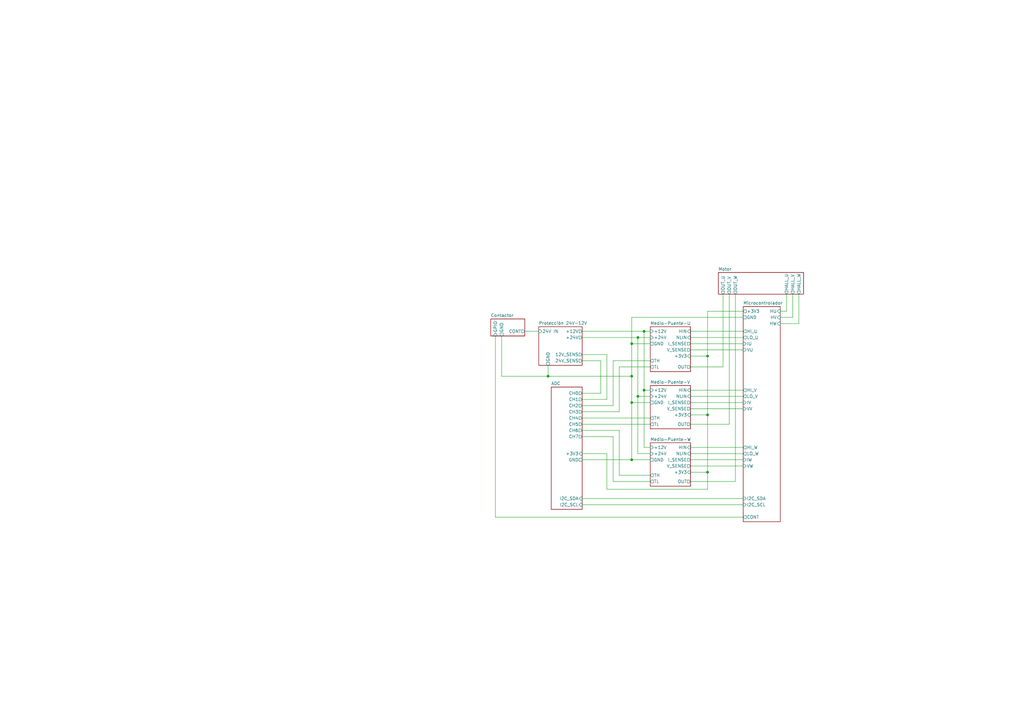
<source format=kicad_sch>
(kicad_sch
	(version 20250114)
	(generator "eeschema")
	(generator_version "9.0")
	(uuid "fc8dd9a9-f99a-4338-8182-2c8b4b8ed6dd")
	(paper "A3")
	(title_block
		(title "RTSpeed")
		(date "2025-05-18")
		(rev "v1.0")
		(company "Adrián Teixeira de Uña")
		(comment 1 "https://github.com/AdriTeixeHax")
	)
	(lib_symbols)
	(junction
		(at 259.08 165.1)
		(diameter 0)
		(color 0 0 0 0)
		(uuid "0b1d59b6-42be-4c2c-8432-4cc9ac50406b")
	)
	(junction
		(at 264.16 135.89)
		(diameter 0)
		(color 0 0 0 0)
		(uuid "1de88c3d-d185-48a1-9164-78090dca1588")
	)
	(junction
		(at 290.195 193.675)
		(diameter 0)
		(color 0 0 0 0)
		(uuid "2ce804e2-6276-49d2-821f-4d6f424465c6")
	)
	(junction
		(at 290.195 146.05)
		(diameter 0)
		(color 0 0 0 0)
		(uuid "412cd92c-f705-408d-8f4c-ec79240f9a3a")
	)
	(junction
		(at 261.62 162.56)
		(diameter 0)
		(color 0 0 0 0)
		(uuid "85fe8c77-f767-4566-bac1-bee8b74fadde")
	)
	(junction
		(at 290.195 170.18)
		(diameter 0)
		(color 0 0 0 0)
		(uuid "9af9f185-9872-4452-855d-612170b2791c")
	)
	(junction
		(at 259.08 140.97)
		(diameter 0)
		(color 0 0 0 0)
		(uuid "b2270a7b-3d7d-400d-ae49-9fff44805614")
	)
	(junction
		(at 261.62 138.43)
		(diameter 0)
		(color 0 0 0 0)
		(uuid "c6b8bad2-9637-4826-be51-1ceb5239ef41")
	)
	(junction
		(at 259.08 154.305)
		(diameter 0)
		(color 0 0 0 0)
		(uuid "d1dc37f3-bbef-4ee2-bfd8-7392317cfcfa")
	)
	(junction
		(at 259.08 188.595)
		(diameter 0)
		(color 0 0 0 0)
		(uuid "defdca6a-0ad4-420d-ac7e-eb6ee4646dc3")
	)
	(junction
		(at 264.16 160.02)
		(diameter 0)
		(color 0 0 0 0)
		(uuid "e36c45ce-3e4f-4dca-9781-2365a92b146d")
	)
	(junction
		(at 224.79 154.305)
		(diameter 0)
		(color 0 0 0 0)
		(uuid "e7072e30-460d-4f25-a8a7-f2c8e541340d")
	)
	(wire
		(pts
			(xy 264.16 135.89) (xy 266.7 135.89)
		)
		(stroke
			(width 0)
			(type default)
		)
		(uuid "00a62a31-a956-4966-a7aa-fa64e83e6415")
	)
	(wire
		(pts
			(xy 238.76 179.07) (xy 251.46 179.07)
		)
		(stroke
			(width 0)
			(type default)
		)
		(uuid "00bfd087-df9e-48da-8344-d4bf89030df9")
	)
	(wire
		(pts
			(xy 304.8 212.09) (xy 203.2 212.09)
		)
		(stroke
			(width 0)
			(type default)
		)
		(uuid "037dc9ff-6beb-434b-9dc0-4280aa91d098")
	)
	(wire
		(pts
			(xy 203.2 137.795) (xy 203.2 212.09)
		)
		(stroke
			(width 0)
			(type default)
		)
		(uuid "043bcc00-6a2f-43aa-ad46-0b3925bb18ad")
	)
	(wire
		(pts
			(xy 238.76 176.53) (xy 254 176.53)
		)
		(stroke
			(width 0)
			(type default)
		)
		(uuid "0464b96d-562c-4a4f-ad6d-a61082533c3c")
	)
	(wire
		(pts
			(xy 259.08 130.175) (xy 259.08 140.97)
		)
		(stroke
			(width 0)
			(type default)
		)
		(uuid "06c95ec7-75dc-4503-b173-59ef40ee9e78")
	)
	(wire
		(pts
			(xy 224.79 149.86) (xy 224.79 154.305)
		)
		(stroke
			(width 0)
			(type default)
		)
		(uuid "0c3db176-9732-4f7f-aad1-a6132377a8c0")
	)
	(wire
		(pts
			(xy 238.76 186.055) (xy 248.92 186.055)
		)
		(stroke
			(width 0)
			(type default)
		)
		(uuid "0cf189fe-d20f-4004-9d76-e94bef8a5da2")
	)
	(wire
		(pts
			(xy 238.76 207.01) (xy 304.8 207.01)
		)
		(stroke
			(width 0)
			(type default)
		)
		(uuid "0d12a1ed-46de-433b-a0c5-84ebbb00eeee")
	)
	(wire
		(pts
			(xy 296.545 120.65) (xy 296.545 150.495)
		)
		(stroke
			(width 0)
			(type default)
		)
		(uuid "0fc26a39-c14c-48e7-b762-914b51ef10b3")
	)
	(wire
		(pts
			(xy 301.625 197.485) (xy 283.21 197.485)
		)
		(stroke
			(width 0)
			(type default)
		)
		(uuid "103c7821-ea36-4037-84fe-8fe653aec519")
	)
	(wire
		(pts
			(xy 246.38 161.29) (xy 246.38 147.955)
		)
		(stroke
			(width 0)
			(type default)
		)
		(uuid "10c98f30-5764-4f2a-8f1c-1d10102e4617")
	)
	(wire
		(pts
			(xy 259.08 165.1) (xy 259.08 188.595)
		)
		(stroke
			(width 0)
			(type default)
		)
		(uuid "132f75c7-f237-4eaa-be52-b6ddc5d8c087")
	)
	(wire
		(pts
			(xy 251.46 197.485) (xy 266.7 197.485)
		)
		(stroke
			(width 0)
			(type default)
		)
		(uuid "160e010e-0cf7-4ce3-ba2b-5c5895329d08")
	)
	(wire
		(pts
			(xy 261.62 162.56) (xy 266.7 162.56)
		)
		(stroke
			(width 0)
			(type default)
		)
		(uuid "1684d841-77ee-4feb-b1b2-947e9925bd1f")
	)
	(wire
		(pts
			(xy 283.21 146.05) (xy 290.195 146.05)
		)
		(stroke
			(width 0)
			(type default)
		)
		(uuid "1bdc6fe0-522c-4eca-ab0b-042445a4a1eb")
	)
	(wire
		(pts
			(xy 246.38 147.955) (xy 238.76 147.955)
		)
		(stroke
			(width 0)
			(type default)
		)
		(uuid "1c3ff75a-5343-40bd-b893-a1196f2689a5")
	)
	(wire
		(pts
			(xy 238.76 135.89) (xy 264.16 135.89)
		)
		(stroke
			(width 0)
			(type default)
		)
		(uuid "1de563b5-6270-4ebf-b700-4139cc137d48")
	)
	(wire
		(pts
			(xy 299.085 173.99) (xy 283.21 173.99)
		)
		(stroke
			(width 0)
			(type default)
		)
		(uuid "2013694e-ccc2-430a-93ca-6ff5b8d2b011")
	)
	(wire
		(pts
			(xy 320.04 127.635) (xy 322.58 127.635)
		)
		(stroke
			(width 0)
			(type default)
		)
		(uuid "258e5c42-a637-4f66-9867-0dcab8a2678a")
	)
	(wire
		(pts
			(xy 254 176.53) (xy 254 194.945)
		)
		(stroke
			(width 0)
			(type default)
		)
		(uuid "263b7e0c-31fb-49e5-96e0-ecd98bdedcd2")
	)
	(wire
		(pts
			(xy 283.21 162.56) (xy 304.8 162.56)
		)
		(stroke
			(width 0)
			(type default)
		)
		(uuid "27944f16-2acb-413b-afcb-f28f165bf7ac")
	)
	(wire
		(pts
			(xy 254 194.945) (xy 266.7 194.945)
		)
		(stroke
			(width 0)
			(type default)
		)
		(uuid "27c253a2-45a2-4672-88d6-505ae58fbe35")
	)
	(wire
		(pts
			(xy 299.085 120.65) (xy 299.085 173.99)
		)
		(stroke
			(width 0)
			(type default)
		)
		(uuid "28943a14-0ec4-468d-b852-cfb85a3d3922")
	)
	(wire
		(pts
			(xy 251.46 147.955) (xy 266.7 147.955)
		)
		(stroke
			(width 0)
			(type default)
		)
		(uuid "2c036e0c-60e1-425c-a2c4-48715981e414")
	)
	(wire
		(pts
			(xy 325.12 120.65) (xy 325.12 130.175)
		)
		(stroke
			(width 0)
			(type default)
		)
		(uuid "2d040d17-2c73-4cfd-9941-41bdc35a8850")
	)
	(wire
		(pts
			(xy 290.195 170.18) (xy 290.195 193.675)
		)
		(stroke
			(width 0)
			(type default)
		)
		(uuid "2e702515-fa20-4202-99f2-26ec5be3a80d")
	)
	(wire
		(pts
			(xy 238.76 188.595) (xy 259.08 188.595)
		)
		(stroke
			(width 0)
			(type default)
		)
		(uuid "2f91551d-69f2-4340-8ca9-7efe5f4c7964")
	)
	(wire
		(pts
			(xy 224.79 154.305) (xy 259.08 154.305)
		)
		(stroke
			(width 0)
			(type default)
		)
		(uuid "30028a15-471f-405e-9655-98f7b2a9a3f2")
	)
	(wire
		(pts
			(xy 248.92 186.055) (xy 248.92 200.66)
		)
		(stroke
			(width 0)
			(type default)
		)
		(uuid "31668453-865a-443a-a7bf-787a83b9ddbd")
	)
	(wire
		(pts
			(xy 320.04 130.175) (xy 325.12 130.175)
		)
		(stroke
			(width 0)
			(type default)
		)
		(uuid "33943556-a2b4-4aae-acb8-ec089b822e2c")
	)
	(wire
		(pts
			(xy 238.76 163.83) (xy 248.92 163.83)
		)
		(stroke
			(width 0)
			(type default)
		)
		(uuid "34fbcded-9468-4f19-9b54-22a96ac861a7")
	)
	(wire
		(pts
			(xy 266.7 150.495) (xy 254 150.495)
		)
		(stroke
			(width 0)
			(type default)
		)
		(uuid "3560a639-fe98-4d13-807a-ed94ad830294")
	)
	(wire
		(pts
			(xy 238.76 168.91) (xy 254 168.91)
		)
		(stroke
			(width 0)
			(type default)
		)
		(uuid "38a3c081-38c9-43f0-b3f2-f2da14b9d2a9")
	)
	(wire
		(pts
			(xy 322.58 120.65) (xy 322.58 127.635)
		)
		(stroke
			(width 0)
			(type default)
		)
		(uuid "38d3d50f-0888-4651-b9fb-99eabc2e5b8a")
	)
	(wire
		(pts
			(xy 327.66 132.715) (xy 327.66 120.65)
		)
		(stroke
			(width 0)
			(type default)
		)
		(uuid "39e60c56-e887-4f93-bc35-96d7a1a47004")
	)
	(wire
		(pts
			(xy 254 150.495) (xy 254 168.91)
		)
		(stroke
			(width 0)
			(type default)
		)
		(uuid "4208c831-da65-463f-8de8-e26b3a559efa")
	)
	(wire
		(pts
			(xy 304.8 130.175) (xy 259.08 130.175)
		)
		(stroke
			(width 0)
			(type default)
		)
		(uuid "4324e725-615d-4be2-92cf-3c5394fc0881")
	)
	(wire
		(pts
			(xy 259.08 154.305) (xy 259.08 165.1)
		)
		(stroke
			(width 0)
			(type default)
		)
		(uuid "4c366c74-edbc-46fb-a16d-3382eb86d049")
	)
	(wire
		(pts
			(xy 246.38 161.29) (xy 238.76 161.29)
		)
		(stroke
			(width 0)
			(type default)
		)
		(uuid "4c6cb4c7-15cc-4037-ab3b-15798efa52a3")
	)
	(wire
		(pts
			(xy 301.625 120.65) (xy 301.625 197.485)
		)
		(stroke
			(width 0)
			(type default)
		)
		(uuid "4e558c83-d143-40c8-a702-139dab4b6d8b")
	)
	(wire
		(pts
			(xy 261.62 138.43) (xy 261.62 162.56)
		)
		(stroke
			(width 0)
			(type default)
		)
		(uuid "4f95201d-e390-4f04-96a7-632414f87430")
	)
	(wire
		(pts
			(xy 266.7 188.595) (xy 259.08 188.595)
		)
		(stroke
			(width 0)
			(type default)
		)
		(uuid "50169d9d-8f25-489c-8847-d7c5c907ca21")
	)
	(wire
		(pts
			(xy 283.21 165.1) (xy 304.8 165.1)
		)
		(stroke
			(width 0)
			(type default)
		)
		(uuid "523f8907-a051-4fe8-8a87-ed167ec37618")
	)
	(wire
		(pts
			(xy 283.21 150.495) (xy 296.545 150.495)
		)
		(stroke
			(width 0)
			(type default)
		)
		(uuid "58e3cb6d-e60a-4bec-8d6e-3055fe47bad9")
	)
	(wire
		(pts
			(xy 283.21 135.89) (xy 304.8 135.89)
		)
		(stroke
			(width 0)
			(type default)
		)
		(uuid "5ba050c1-a06f-4e3e-86f5-7e10366ff480")
	)
	(wire
		(pts
			(xy 248.92 200.66) (xy 290.195 200.66)
		)
		(stroke
			(width 0)
			(type default)
		)
		(uuid "5f96ad62-7097-4692-868e-1ebde4b7b8c4")
	)
	(wire
		(pts
			(xy 283.21 143.51) (xy 304.8 143.51)
		)
		(stroke
			(width 0)
			(type default)
		)
		(uuid "63832e1b-dfcf-40f6-aa65-b4530945dfce")
	)
	(wire
		(pts
			(xy 259.08 165.1) (xy 266.7 165.1)
		)
		(stroke
			(width 0)
			(type default)
		)
		(uuid "677081e8-73c2-419d-bb9e-bcc07d6dce13")
	)
	(wire
		(pts
			(xy 283.21 167.64) (xy 304.8 167.64)
		)
		(stroke
			(width 0)
			(type default)
		)
		(uuid "74e5a4bd-a6a5-4768-89c7-75d5956ab76c")
	)
	(wire
		(pts
			(xy 215.265 135.89) (xy 220.98 135.89)
		)
		(stroke
			(width 0)
			(type default)
		)
		(uuid "7587e556-f9d5-4b30-9e2c-8b6cbcc8cb22")
	)
	(wire
		(pts
			(xy 259.08 140.97) (xy 259.08 154.305)
		)
		(stroke
			(width 0)
			(type default)
		)
		(uuid "7b8709cd-7314-4092-8dce-0056657210fd")
	)
	(wire
		(pts
			(xy 283.21 170.18) (xy 290.195 170.18)
		)
		(stroke
			(width 0)
			(type default)
		)
		(uuid "87ed064d-fc34-4360-8032-3168c37add33")
	)
	(wire
		(pts
			(xy 290.195 127.635) (xy 304.8 127.635)
		)
		(stroke
			(width 0)
			(type default)
		)
		(uuid "881fda68-076d-4899-a187-e1bd718b7b87")
	)
	(wire
		(pts
			(xy 290.195 146.05) (xy 290.195 170.18)
		)
		(stroke
			(width 0)
			(type default)
		)
		(uuid "8b69c875-577c-42cd-9778-5de066b2206e")
	)
	(wire
		(pts
			(xy 205.74 137.795) (xy 205.74 154.305)
		)
		(stroke
			(width 0)
			(type default)
		)
		(uuid "8fccf464-f454-4436-b2dc-7d49e8480dd4")
	)
	(wire
		(pts
			(xy 251.46 166.37) (xy 251.46 147.955)
		)
		(stroke
			(width 0)
			(type default)
		)
		(uuid "904e6635-8fc3-4787-be1c-82836014ad92")
	)
	(wire
		(pts
			(xy 283.21 188.595) (xy 304.8 188.595)
		)
		(stroke
			(width 0)
			(type default)
		)
		(uuid "95ba3302-c6db-4f39-bc9f-31a55977795a")
	)
	(wire
		(pts
			(xy 283.21 193.675) (xy 290.195 193.675)
		)
		(stroke
			(width 0)
			(type default)
		)
		(uuid "961ace83-b1c1-4ad1-8006-2e8c662de483")
	)
	(wire
		(pts
			(xy 264.16 160.02) (xy 264.16 183.515)
		)
		(stroke
			(width 0)
			(type default)
		)
		(uuid "969686f0-78ea-498e-853d-beb766a7a544")
	)
	(wire
		(pts
			(xy 320.04 132.715) (xy 327.66 132.715)
		)
		(stroke
			(width 0)
			(type default)
		)
		(uuid "aa2f03f8-88e1-4b36-ab23-572799ad9081")
	)
	(wire
		(pts
			(xy 264.16 135.89) (xy 264.16 160.02)
		)
		(stroke
			(width 0)
			(type default)
		)
		(uuid "aa95b86e-8a43-4732-badc-d5329b0805eb")
	)
	(wire
		(pts
			(xy 266.7 183.515) (xy 264.16 183.515)
		)
		(stroke
			(width 0)
			(type default)
		)
		(uuid "adc2a4e6-6897-40a7-a7e9-f97599f2fa9d")
	)
	(wire
		(pts
			(xy 259.08 140.97) (xy 266.7 140.97)
		)
		(stroke
			(width 0)
			(type default)
		)
		(uuid "b02b405f-46f1-4052-9e69-94073a4962bc")
	)
	(wire
		(pts
			(xy 248.92 145.415) (xy 248.92 163.83)
		)
		(stroke
			(width 0)
			(type default)
		)
		(uuid "b0f91b2f-28aa-4854-8496-373bd4f19d38")
	)
	(wire
		(pts
			(xy 283.21 183.515) (xy 304.8 183.515)
		)
		(stroke
			(width 0)
			(type default)
		)
		(uuid "b1de1083-f149-41e7-a8bd-d92297716d95")
	)
	(wire
		(pts
			(xy 261.62 162.56) (xy 261.62 186.055)
		)
		(stroke
			(width 0)
			(type default)
		)
		(uuid "c3b86d94-532b-4527-a5d7-931da1c2b79d")
	)
	(wire
		(pts
			(xy 283.21 160.02) (xy 304.8 160.02)
		)
		(stroke
			(width 0)
			(type default)
		)
		(uuid "c7e00ce3-70e2-4703-8b4c-9f3c7071817e")
	)
	(wire
		(pts
			(xy 283.21 140.97) (xy 304.8 140.97)
		)
		(stroke
			(width 0)
			(type default)
		)
		(uuid "c84c52e2-bdb7-4aeb-9ef3-9e0bd6b07609")
	)
	(wire
		(pts
			(xy 283.21 186.055) (xy 304.8 186.055)
		)
		(stroke
			(width 0)
			(type default)
		)
		(uuid "cc2d826c-65e7-4bce-96ac-3ca78e8c885f")
	)
	(wire
		(pts
			(xy 251.46 179.07) (xy 251.46 197.485)
		)
		(stroke
			(width 0)
			(type default)
		)
		(uuid "d09fae49-fc6f-47dc-9e73-665daff786f1")
	)
	(wire
		(pts
			(xy 283.21 138.43) (xy 304.8 138.43)
		)
		(stroke
			(width 0)
			(type default)
		)
		(uuid "d0f03de2-c7ec-4eb9-8d7e-aa9e35aa898c")
	)
	(wire
		(pts
			(xy 266.7 186.055) (xy 261.62 186.055)
		)
		(stroke
			(width 0)
			(type default)
		)
		(uuid "d8d98e20-3b12-438d-85a6-174c6e7c8d91")
	)
	(wire
		(pts
			(xy 290.195 193.675) (xy 290.195 200.66)
		)
		(stroke
			(width 0)
			(type default)
		)
		(uuid "d9ce3a4b-9f51-4a38-9f80-81fc5ee1defa")
	)
	(wire
		(pts
			(xy 238.76 138.43) (xy 261.62 138.43)
		)
		(stroke
			(width 0)
			(type default)
		)
		(uuid "e0e6b600-0fae-4e94-b94b-e6caf685bc1a")
	)
	(wire
		(pts
			(xy 238.76 204.47) (xy 304.8 204.47)
		)
		(stroke
			(width 0)
			(type default)
		)
		(uuid "e17a1c66-9546-4488-8cef-b96b24afbf93")
	)
	(wire
		(pts
			(xy 266.7 160.02) (xy 264.16 160.02)
		)
		(stroke
			(width 0)
			(type default)
		)
		(uuid "e511afd8-2c33-4fba-9fbd-7829cc9707df")
	)
	(wire
		(pts
			(xy 238.76 166.37) (xy 251.46 166.37)
		)
		(stroke
			(width 0)
			(type default)
		)
		(uuid "e7b699ac-b100-490a-8c6d-3a23aa2494e0")
	)
	(wire
		(pts
			(xy 238.76 145.415) (xy 248.92 145.415)
		)
		(stroke
			(width 0)
			(type default)
		)
		(uuid "f03bce97-a1a4-4ff8-b248-ef7802cc754c")
	)
	(wire
		(pts
			(xy 261.62 138.43) (xy 266.7 138.43)
		)
		(stroke
			(width 0)
			(type default)
		)
		(uuid "f32216bd-dacc-4dfc-8a54-c7fd2a4bf2b6")
	)
	(wire
		(pts
			(xy 238.76 171.45) (xy 266.7 171.45)
		)
		(stroke
			(width 0)
			(type default)
		)
		(uuid "f6480b3c-9e82-435f-a99d-d64e0cf1de85")
	)
	(wire
		(pts
			(xy 283.21 191.135) (xy 304.8 191.135)
		)
		(stroke
			(width 0)
			(type default)
		)
		(uuid "f99171bc-3521-4167-867b-c131361f68d1")
	)
	(wire
		(pts
			(xy 290.195 127.635) (xy 290.195 146.05)
		)
		(stroke
			(width 0)
			(type default)
		)
		(uuid "fc1e4bdf-6c56-479d-af15-9ff190bf7cef")
	)
	(wire
		(pts
			(xy 238.76 173.99) (xy 266.7 173.99)
		)
		(stroke
			(width 0)
			(type default)
		)
		(uuid "ff63deb4-a301-46ef-a7b0-dfbcdc6eec12")
	)
	(wire
		(pts
			(xy 205.74 154.305) (xy 224.79 154.305)
		)
		(stroke
			(width 0)
			(type default)
		)
		(uuid "ffeeaeeb-a6d0-4553-8491-d4e8d78867a5")
	)
	(sheet
		(at 220.98 133.985)
		(size 17.78 15.875)
		(exclude_from_sim no)
		(in_bom yes)
		(on_board yes)
		(dnp no)
		(fields_autoplaced yes)
		(stroke
			(width 0.1524)
			(type solid)
		)
		(fill
			(color 0 0 0 0.0000)
		)
		(uuid "2fae402e-a3c3-4252-9f20-a7023d797e01")
		(property "Sheetname" "Protección 24V-12V"
			(at 220.98 133.2734 0)
			(effects
				(font
					(size 1.27 1.27)
				)
				(justify left bottom)
			)
		)
		(property "Sheetfile" "Prot-24V-12V.kicad_sch"
			(at 220.98 150.4446 0)
			(effects
				(font
					(size 1.27 1.27)
				)
				(justify left top)
				(hide yes)
			)
		)
		(pin "+12V" output
			(at 238.76 135.89 0)
			(uuid "217b6afd-00b7-4d00-9569-d12fd56558ba")
			(effects
				(font
					(size 1.27 1.27)
				)
				(justify right)
			)
		)
		(pin "12V_SENS" output
			(at 238.76 145.415 0)
			(uuid "f9887db6-5078-4795-9bad-a9f0644da063")
			(effects
				(font
					(size 1.27 1.27)
				)
				(justify right)
			)
		)
		(pin "24V_SENS" output
			(at 238.76 147.955 0)
			(uuid "cf6231b6-cd6f-4822-9620-b41f7f6bb5b2")
			(effects
				(font
					(size 1.27 1.27)
				)
				(justify right)
			)
		)
		(pin "+24V" output
			(at 238.76 138.43 0)
			(uuid "731ac7c1-8eb1-4757-b868-df18fbc53cea")
			(effects
				(font
					(size 1.27 1.27)
				)
				(justify right)
			)
		)
		(pin "24V IN" input
			(at 220.98 135.89 180)
			(uuid "b5a8f2e1-5466-4b40-824c-e1ad7dc7487e")
			(effects
				(font
					(size 1.27 1.27)
				)
				(justify left)
			)
		)
		(pin "GND" passive
			(at 224.79 149.86 270)
			(uuid "49e73577-31aa-4ecc-9783-c2e8e7f78d4d")
			(effects
				(font
					(size 1.27 1.27)
				)
				(justify left)
			)
		)
		(instances
			(project "RTSpeed-KiCad"
				(path "/fc8dd9a9-f99a-4338-8182-2c8b4b8ed6dd"
					(page "6")
				)
			)
		)
	)
	(sheet
		(at 201.295 130.81)
		(size 13.97 6.985)
		(exclude_from_sim no)
		(in_bom yes)
		(on_board yes)
		(dnp no)
		(fields_autoplaced yes)
		(stroke
			(width 0.1524)
			(type solid)
		)
		(fill
			(color 0 0 0 0.0000)
		)
		(uuid "34da7187-c669-4371-8465-6e278bc744ce")
		(property "Sheetname" "Contactor"
			(at 201.295 130.0984 0)
			(effects
				(font
					(size 1.27 1.27)
				)
				(justify left bottom)
			)
		)
		(property "Sheetfile" "Contactor.kicad_sch"
			(at 201.295 138.3796 0)
			(effects
				(font
					(size 1.27 1.27)
				)
				(justify left top)
				(hide yes)
			)
		)
		(pin "GPIO" input
			(at 203.2 137.795 270)
			(uuid "18ac02db-bd8b-49cf-a071-17ab41b9ac8d")
			(effects
				(font
					(size 1.27 1.27)
				)
				(justify left)
			)
		)
		(pin "CONT" output
			(at 215.265 135.89 0)
			(uuid "978125f4-3e2b-4e3d-b457-c30929e41aae")
			(effects
				(font
					(size 1.27 1.27)
				)
				(justify right)
			)
		)
		(pin "GND" passive
			(at 205.74 137.795 270)
			(uuid "305b2b66-0c43-42b3-bc19-39df6ebe3e76")
			(effects
				(font
					(size 1.27 1.27)
				)
				(justify left)
			)
		)
		(instances
			(project "RTSpeed-KiCad"
				(path "/fc8dd9a9-f99a-4338-8182-2c8b4b8ed6dd"
					(page "7")
				)
			)
		)
	)
	(sheet
		(at 266.7 158.115)
		(size 16.51 17.78)
		(exclude_from_sim no)
		(in_bom yes)
		(on_board yes)
		(dnp no)
		(stroke
			(width 0.1524)
			(type solid)
		)
		(fill
			(color 0 0 0 0.0000)
		)
		(uuid "56c0c70b-e9c6-4997-a040-96f91e8f3432")
		(property "Sheetname" "Medio-Puente-V"
			(at 266.7 157.48 0)
			(effects
				(font
					(size 1.27 1.27)
				)
				(justify left bottom)
			)
		)
		(property "Sheetfile" "Medio-Puente.kicad_sch"
			(at 266.7 168.8596 0)
			(effects
				(font
					(size 1.27 1.27)
				)
				(justify left top)
				(hide yes)
			)
		)
		(property "Field2" ""
			(at 266.7 158.115 0)
			(effects
				(font
					(size 1.27 1.27)
				)
				(hide yes)
			)
		)
		(pin "HIN" input
			(at 283.21 160.02 0)
			(uuid "0f58df96-5929-420c-92e5-8983fe229382")
			(effects
				(font
					(size 1.27 1.27)
				)
				(justify right)
			)
		)
		(pin "NLIN" input
			(at 283.21 162.56 0)
			(uuid "12f2a1ca-0a0e-4fca-82dd-015409e806f1")
			(effects
				(font
					(size 1.27 1.27)
				)
				(justify right)
			)
		)
		(pin "TL" output
			(at 266.7 173.99 180)
			(uuid "b865121d-9c7f-4b34-9f73-cfef014f5fb1")
			(effects
				(font
					(size 1.27 1.27)
				)
				(justify left)
			)
		)
		(pin "TH" output
			(at 266.7 171.45 180)
			(uuid "8ba42839-d4d7-42ef-b8c4-77a030ec7fa7")
			(effects
				(font
					(size 1.27 1.27)
				)
				(justify left)
			)
		)
		(pin "V_SENSE" output
			(at 283.21 167.64 0)
			(uuid "1fd54139-2039-4bb2-a8a8-43fbc3c72b0e")
			(effects
				(font
					(size 1.27 1.27)
				)
				(justify right)
			)
		)
		(pin "I_SENSE" output
			(at 283.21 165.1 0)
			(uuid "0f34cb7c-bec4-4c1c-8ea4-e55cdcc5d945")
			(effects
				(font
					(size 1.27 1.27)
				)
				(justify right)
			)
		)
		(pin "+12V" input
			(at 266.7 160.02 180)
			(uuid "8e40dd8e-31d5-4adf-b6f9-7ae3e0a273bb")
			(effects
				(font
					(size 1.27 1.27)
				)
				(justify left)
			)
		)
		(pin "+24V" input
			(at 266.7 162.56 180)
			(uuid "5746121b-fa0c-46df-b153-87bdc0a61084")
			(effects
				(font
					(size 1.27 1.27)
				)
				(justify left)
			)
		)
		(pin "+3V3" input
			(at 283.21 170.18 0)
			(uuid "6f16b18f-ac74-45a0-8c69-7bf5fe2c2528")
			(effects
				(font
					(size 1.27 1.27)
				)
				(justify right)
			)
		)
		(pin "GND" passive
			(at 266.7 165.1 180)
			(uuid "a2ea38d3-bf48-4832-9675-dcbb87424f25")
			(effects
				(font
					(size 1.27 1.27)
				)
				(justify left)
			)
		)
		(pin "OUT" output
			(at 283.21 173.99 0)
			(uuid "8da9164d-da71-4416-af1c-3e8907cf46f6")
			(effects
				(font
					(size 1.27 1.27)
				)
				(justify right)
			)
		)
		(instances
			(project "RTSpeed-KiCad"
				(path "/fc8dd9a9-f99a-4338-8182-2c8b4b8ed6dd"
					(page "3")
				)
			)
		)
	)
	(sheet
		(at 226.06 158.75)
		(size 12.7 50.165)
		(exclude_from_sim no)
		(in_bom yes)
		(on_board yes)
		(dnp no)
		(fields_autoplaced yes)
		(stroke
			(width 0.1524)
			(type solid)
		)
		(fill
			(color 0 0 0 0.0000)
		)
		(uuid "913da404-d2e6-473f-9e86-7d08d93697bc")
		(property "Sheetname" "ADC"
			(at 226.06 158.0384 0)
			(effects
				(font
					(size 1.27 1.27)
				)
				(justify left bottom)
			)
		)
		(property "Sheetfile" "ADC.kicad_sch"
			(at 226.06 209.4996 0)
			(effects
				(font
					(size 1.27 1.27)
				)
				(justify left top)
				(hide yes)
			)
		)
		(pin "CH3" output
			(at 238.76 168.91 0)
			(uuid "fffdb77c-6318-4412-91b5-57d7f44046e3")
			(effects
				(font
					(size 1.27 1.27)
				)
				(justify right)
			)
		)
		(pin "+3V3" input
			(at 238.76 186.055 0)
			(uuid "e667d49c-64bf-4099-97c0-c42642cd4502")
			(effects
				(font
					(size 1.27 1.27)
				)
				(justify right)
			)
		)
		(pin "CH4" output
			(at 238.76 171.45 0)
			(uuid "4f48e9f9-1b17-42ce-9cab-5cc0a3f5a21b")
			(effects
				(font
					(size 1.27 1.27)
				)
				(justify right)
			)
		)
		(pin "CH1" output
			(at 238.76 163.83 0)
			(uuid "057c2d24-81e7-48c4-ab12-4cac74a37da6")
			(effects
				(font
					(size 1.27 1.27)
				)
				(justify right)
			)
		)
		(pin "CH7" output
			(at 238.76 179.07 0)
			(uuid "d4c577f3-c86a-45a4-a871-20c85f30f2de")
			(effects
				(font
					(size 1.27 1.27)
				)
				(justify right)
			)
		)
		(pin "CH6" output
			(at 238.76 176.53 0)
			(uuid "2d1196ec-c386-4469-88c0-246eeb602edf")
			(effects
				(font
					(size 1.27 1.27)
				)
				(justify right)
			)
		)
		(pin "CH5" output
			(at 238.76 173.99 0)
			(uuid "89431f8a-8980-4628-b54b-687eeecad686")
			(effects
				(font
					(size 1.27 1.27)
				)
				(justify right)
			)
		)
		(pin "CH0" output
			(at 238.76 161.29 0)
			(uuid "d8ab9546-117b-4cc4-b0e9-776537f7946c")
			(effects
				(font
					(size 1.27 1.27)
				)
				(justify right)
			)
		)
		(pin "CH2" output
			(at 238.76 166.37 0)
			(uuid "b3695a3e-bfd8-4bda-90c4-cfc620acb989")
			(effects
				(font
					(size 1.27 1.27)
				)
				(justify right)
			)
		)
		(pin "GND" passive
			(at 238.76 188.595 0)
			(uuid "f7abca01-8c7b-429f-a675-50d0535797d5")
			(effects
				(font
					(size 1.27 1.27)
				)
				(justify right)
			)
		)
		(pin "I2C_SDA" input
			(at 238.76 204.47 0)
			(uuid "8e56837f-10af-4959-bb0a-c1644ce8e5f7")
			(effects
				(font
					(size 1.27 1.27)
				)
				(justify right)
			)
		)
		(pin "I2C_SCL" input
			(at 238.76 207.01 0)
			(uuid "ef7fc429-0de2-454e-9a8e-de1bc43bdf80")
			(effects
				(font
					(size 1.27 1.27)
				)
				(justify right)
			)
		)
		(instances
			(project "RTSpeed-KiCad"
				(path "/fc8dd9a9-f99a-4338-8182-2c8b4b8ed6dd"
					(page "8")
				)
			)
		)
	)
	(sheet
		(at 266.7 133.985)
		(size 16.51 18.415)
		(exclude_from_sim no)
		(in_bom yes)
		(on_board yes)
		(dnp no)
		(stroke
			(width 0.1524)
			(type solid)
		)
		(fill
			(color 0 0 0 0.0000)
		)
		(uuid "b5458e57-2ddd-4d30-9620-d640c1a391c8")
		(property "Sheetname" "Medio-Puente-U"
			(at 266.7 133.35 0)
			(effects
				(font
					(size 1.27 1.27)
				)
				(justify left bottom)
			)
		)
		(property "Sheetfile" "Medio-Puente.kicad_sch"
			(at 266.7 144.7296 0)
			(effects
				(font
					(size 1.27 1.27)
				)
				(justify left top)
				(hide yes)
			)
		)
		(property "Field2" ""
			(at 266.7 133.985 0)
			(effects
				(font
					(size 1.27 1.27)
				)
				(hide yes)
			)
		)
		(pin "HIN" input
			(at 283.21 135.89 0)
			(uuid "d438bbd0-2dae-430d-8fd8-934ecf2659bd")
			(effects
				(font
					(size 1.27 1.27)
				)
				(justify right)
			)
		)
		(pin "NLIN" input
			(at 283.21 138.43 0)
			(uuid "cb19ae03-6143-483f-bb03-013ff35673e8")
			(effects
				(font
					(size 1.27 1.27)
				)
				(justify right)
			)
		)
		(pin "TL" output
			(at 266.7 150.495 180)
			(uuid "60d9d98f-15af-45b6-9a53-1c230b6b5ef5")
			(effects
				(font
					(size 1.27 1.27)
				)
				(justify left)
			)
		)
		(pin "TH" output
			(at 266.7 147.955 180)
			(uuid "38e8e159-4164-4643-8b56-4494b82fed36")
			(effects
				(font
					(size 1.27 1.27)
				)
				(justify left)
			)
		)
		(pin "V_SENSE" output
			(at 283.21 143.51 0)
			(uuid "8886d36c-9bfb-4e8a-a95a-42567aa9a422")
			(effects
				(font
					(size 1.27 1.27)
				)
				(justify right)
			)
		)
		(pin "I_SENSE" output
			(at 283.21 140.97 0)
			(uuid "3224be47-eb8f-4cf8-af0a-f1551f0aca4b")
			(effects
				(font
					(size 1.27 1.27)
				)
				(justify right)
			)
		)
		(pin "+12V" input
			(at 266.7 135.89 180)
			(uuid "5637094e-8309-43bc-b687-c72fd40a0ed2")
			(effects
				(font
					(size 1.27 1.27)
				)
				(justify left)
			)
		)
		(pin "+24V" input
			(at 266.7 138.43 180)
			(uuid "b05b8272-ae0b-46af-a2ad-2dab285fb6d0")
			(effects
				(font
					(size 1.27 1.27)
				)
				(justify left)
			)
		)
		(pin "+3V3" input
			(at 283.21 146.05 0)
			(uuid "e23af482-bba6-4feb-a3ae-3fdca040c0de")
			(effects
				(font
					(size 1.27 1.27)
				)
				(justify right)
			)
		)
		(pin "GND" passive
			(at 266.7 140.97 180)
			(uuid "36199ae3-6f39-4749-a898-b830d4d0f289")
			(effects
				(font
					(size 1.27 1.27)
				)
				(justify left)
			)
		)
		(pin "OUT" output
			(at 283.21 150.495 0)
			(uuid "3a5ca06e-77a9-4305-a9b5-3796005f6e5a")
			(effects
				(font
					(size 1.27 1.27)
				)
				(justify right)
			)
		)
		(instances
			(project "RTSpeed-KiCad"
				(path "/fc8dd9a9-f99a-4338-8182-2c8b4b8ed6dd"
					(page "2")
				)
			)
		)
	)
	(sheet
		(at 304.8 125.73)
		(size 15.24 88.265)
		(exclude_from_sim no)
		(in_bom yes)
		(on_board yes)
		(dnp no)
		(fields_autoplaced yes)
		(stroke
			(width 0.1524)
			(type solid)
		)
		(fill
			(color 0 0 0 0.0000)
		)
		(uuid "d64d0f48-2df8-435c-ac70-7e2ea79e0be4")
		(property "Sheetname" "Microcontrolador"
			(at 304.8 125.0184 0)
			(effects
				(font
					(size 1.27 1.27)
				)
				(justify left bottom)
			)
		)
		(property "Sheetfile" "Microcontrolador.kicad_sch"
			(at 304.8 214.5796 0)
			(effects
				(font
					(size 1.27 1.27)
				)
				(justify left top)
				(hide yes)
			)
		)
		(pin "HI_W" output
			(at 304.8 183.515 180)
			(uuid "7483dfa7-7c46-4d19-b22e-9565ff798764")
			(effects
				(font
					(size 1.27 1.27)
				)
				(justify left)
			)
		)
		(pin "+3V3" output
			(at 304.8 127.635 180)
			(uuid "9cb6ed0c-373f-4fdd-a9f8-a4bd1e57ad70")
			(effects
				(font
					(size 1.27 1.27)
				)
				(justify left)
			)
		)
		(pin "HI_V" output
			(at 304.8 160.02 180)
			(uuid "7a47222f-56d4-439d-9cf9-e5907f726f65")
			(effects
				(font
					(size 1.27 1.27)
				)
				(justify left)
			)
		)
		(pin "HI_U" output
			(at 304.8 135.89 180)
			(uuid "8ce34aaa-bddb-46b1-ae69-6d72d36a2e3b")
			(effects
				(font
					(size 1.27 1.27)
				)
				(justify left)
			)
		)
		(pin "LO_W" output
			(at 304.8 186.055 180)
			(uuid "a3e4d493-cfa2-4273-9feb-c821bf8bdb02")
			(effects
				(font
					(size 1.27 1.27)
				)
				(justify left)
			)
		)
		(pin "LO_U" output
			(at 304.8 138.43 180)
			(uuid "8244f5e1-e8ee-43fc-8d80-cbd4bd5c444f")
			(effects
				(font
					(size 1.27 1.27)
				)
				(justify left)
			)
		)
		(pin "LO_V" output
			(at 304.8 162.56 180)
			(uuid "40d9b699-fec0-4743-8129-883fc688b957")
			(effects
				(font
					(size 1.27 1.27)
				)
				(justify left)
			)
		)
		(pin "GND" passive
			(at 304.8 130.175 180)
			(uuid "586230a4-1978-4cfc-bd74-fac492492bd2")
			(effects
				(font
					(size 1.27 1.27)
				)
				(justify left)
			)
		)
		(pin "CONT" output
			(at 304.8 212.09 180)
			(uuid "7219e784-6e33-42e6-b38a-2059d865b79b")
			(effects
				(font
					(size 1.27 1.27)
				)
				(justify left)
			)
		)
		(pin "HU" input
			(at 320.04 127.635 0)
			(uuid "692ffb9c-7324-4ec6-900f-0643b4279f76")
			(effects
				(font
					(size 1.27 1.27)
				)
				(justify right)
			)
		)
		(pin "HV" input
			(at 320.04 130.175 0)
			(uuid "8af46591-46d8-4d5b-a963-dbbbca290908")
			(effects
				(font
					(size 1.27 1.27)
				)
				(justify right)
			)
		)
		(pin "HW" input
			(at 320.04 132.715 0)
			(uuid "b7808f97-07fc-4c77-9a9a-2110df7d5e53")
			(effects
				(font
					(size 1.27 1.27)
				)
				(justify right)
			)
		)
		(pin "VU" input
			(at 304.8 143.51 180)
			(uuid "62351586-07cf-45d2-9f2c-d9f7fb093d1a")
			(effects
				(font
					(size 1.27 1.27)
				)
				(justify left)
			)
		)
		(pin "IU" input
			(at 304.8 140.97 180)
			(uuid "776e7c57-5605-4a55-a05b-c91a4482df97")
			(effects
				(font
					(size 1.27 1.27)
				)
				(justify left)
			)
		)
		(pin "VW" input
			(at 304.8 191.135 180)
			(uuid "36ffc960-61a9-401c-b62d-46483fbaab16")
			(effects
				(font
					(size 1.27 1.27)
				)
				(justify left)
			)
		)
		(pin "VV" input
			(at 304.8 167.64 180)
			(uuid "e9232176-afc6-433d-8581-bb4bd4aa7edf")
			(effects
				(font
					(size 1.27 1.27)
				)
				(justify left)
			)
		)
		(pin "IV" input
			(at 304.8 165.1 180)
			(uuid "cfff4a4c-c5eb-4f3b-b837-56fbb40c68ca")
			(effects
				(font
					(size 1.27 1.27)
				)
				(justify left)
			)
		)
		(pin "IW" input
			(at 304.8 188.595 180)
			(uuid "6baec899-f01c-41e7-8116-2cac51e0e7ce")
			(effects
				(font
					(size 1.27 1.27)
				)
				(justify left)
			)
		)
		(pin "I2C_SCL" input
			(at 304.8 207.01 180)
			(uuid "15fd5665-7cb9-48fe-926e-60f5d949d064")
			(effects
				(font
					(size 1.27 1.27)
				)
				(justify left)
			)
		)
		(pin "I2C_SDA" input
			(at 304.8 204.47 180)
			(uuid "7617f82b-2499-4bf0-a9ce-19d7ed448dbd")
			(effects
				(font
					(size 1.27 1.27)
				)
				(justify left)
			)
		)
		(instances
			(project "RTSpeed-KiCad"
				(path "/fc8dd9a9-f99a-4338-8182-2c8b4b8ed6dd"
					(page "6")
				)
			)
		)
	)
	(sheet
		(at 266.7 181.61)
		(size 16.51 17.78)
		(exclude_from_sim no)
		(in_bom yes)
		(on_board yes)
		(dnp no)
		(stroke
			(width 0.1524)
			(type solid)
		)
		(fill
			(color 0 0 0 0.0000)
		)
		(uuid "fb5ce165-5459-443f-a584-295dd3fe3106")
		(property "Sheetname" "Medio-Puente-W"
			(at 266.7 180.975 0)
			(effects
				(font
					(size 1.27 1.27)
				)
				(justify left bottom)
			)
		)
		(property "Sheetfile" "Medio-Puente.kicad_sch"
			(at 266.7 192.3546 0)
			(effects
				(font
					(size 1.27 1.27)
				)
				(justify left top)
				(hide yes)
			)
		)
		(property "Field2" ""
			(at 266.7 181.61 0)
			(effects
				(font
					(size 1.27 1.27)
				)
				(hide yes)
			)
		)
		(pin "HIN" input
			(at 283.21 183.515 0)
			(uuid "d0c757a9-465a-4327-801b-c49afa26ceff")
			(effects
				(font
					(size 1.27 1.27)
				)
				(justify right)
			)
		)
		(pin "NLIN" input
			(at 283.21 186.055 0)
			(uuid "cb935c9c-83d9-4526-8c68-68bae8bfc370")
			(effects
				(font
					(size 1.27 1.27)
				)
				(justify right)
			)
		)
		(pin "TL" output
			(at 266.7 197.485 180)
			(uuid "8032ca05-67a5-4160-9e75-485c3b148f7b")
			(effects
				(font
					(size 1.27 1.27)
				)
				(justify left)
			)
		)
		(pin "TH" output
			(at 266.7 194.945 180)
			(uuid "6f832b78-f07a-46d3-9850-a00a0ef9fe97")
			(effects
				(font
					(size 1.27 1.27)
				)
				(justify left)
			)
		)
		(pin "V_SENSE" output
			(at 283.21 191.135 0)
			(uuid "d0435a51-3191-4f10-a35f-a2eb8ce5f9b5")
			(effects
				(font
					(size 1.27 1.27)
				)
				(justify right)
			)
		)
		(pin "I_SENSE" output
			(at 283.21 188.595 0)
			(uuid "aa9d7fb8-5a01-44fa-8962-31d89a0813dc")
			(effects
				(font
					(size 1.27 1.27)
				)
				(justify right)
			)
		)
		(pin "+12V" input
			(at 266.7 183.515 180)
			(uuid "5d45f434-88f0-4875-9f5e-9507605deaca")
			(effects
				(font
					(size 1.27 1.27)
				)
				(justify left)
			)
		)
		(pin "+24V" input
			(at 266.7 186.055 180)
			(uuid "46012670-4df5-425e-a072-ac2e0b22aa2d")
			(effects
				(font
					(size 1.27 1.27)
				)
				(justify left)
			)
		)
		(pin "+3V3" input
			(at 283.21 193.675 0)
			(uuid "72b286f2-31cc-4be1-ab30-a64177cd0d1b")
			(effects
				(font
					(size 1.27 1.27)
				)
				(justify right)
			)
		)
		(pin "GND" passive
			(at 266.7 188.595 180)
			(uuid "9c3a5efb-df27-43f4-85ac-df35d6f793b7")
			(effects
				(font
					(size 1.27 1.27)
				)
				(justify left)
			)
		)
		(pin "OUT" output
			(at 283.21 197.485 0)
			(uuid "2bba3b81-d8ff-4fef-895f-997d542ae679")
			(effects
				(font
					(size 1.27 1.27)
				)
				(justify right)
			)
		)
		(instances
			(project "RTSpeed-KiCad"
				(path "/fc8dd9a9-f99a-4338-8182-2c8b4b8ed6dd"
					(page "4")
				)
			)
		)
	)
	(sheet
		(at 294.64 111.76)
		(size 34.925 8.89)
		(exclude_from_sim no)
		(in_bom yes)
		(on_board yes)
		(dnp no)
		(stroke
			(width 0.1524)
			(type solid)
		)
		(fill
			(color 0 0 0 0.0000)
		)
		(uuid "fb767b55-5f26-4992-9942-c1255d1d50dc")
		(property "Sheetname" "Motor"
			(at 294.64 111.125 0)
			(effects
				(font
					(size 1.27 1.27)
				)
				(justify left bottom)
			)
		)
		(property "Sheetfile" "Motor.kicad_sch"
			(at 333.9596 120.65 90)
			(effects
				(font
					(size 1.27 1.27)
				)
				(justify left top)
				(hide yes)
			)
		)
		(pin "OUT_W" output
			(at 301.625 120.65 270)
			(uuid "01c3f313-d49e-400f-8eae-a497b87cd147")
			(effects
				(font
					(size 1.27 1.27)
				)
				(justify left)
			)
		)
		(pin "OUT_U" output
			(at 296.545 120.65 270)
			(uuid "b24f49bd-570d-430e-9894-89daebcc371a")
			(effects
				(font
					(size 1.27 1.27)
				)
				(justify left)
			)
		)
		(pin "OUT_V" output
			(at 299.085 120.65 270)
			(uuid "dc063e69-7c3d-444b-9857-61226ed74571")
			(effects
				(font
					(size 1.27 1.27)
				)
				(justify left)
			)
		)
		(pin "HALL_W" output
			(at 327.66 120.65 270)
			(uuid "1e78ea79-2295-47e3-a3b4-18a0687b35e0")
			(effects
				(font
					(size 1.27 1.27)
				)
				(justify left)
			)
		)
		(pin "HALL_V" output
			(at 325.12 120.65 270)
			(uuid "bcda91a9-1b6f-4906-9307-227c7a2ea75a")
			(effects
				(font
					(size 1.27 1.27)
				)
				(justify left)
			)
		)
		(pin "HALL_U" output
			(at 322.58 120.65 270)
			(uuid "4280bed7-ad1c-403f-9e1a-a93d4555beb7")
			(effects
				(font
					(size 1.27 1.27)
				)
				(justify left)
			)
		)
		(instances
			(project "RTSpeed-KiCad"
				(path "/fc8dd9a9-f99a-4338-8182-2c8b4b8ed6dd"
					(page "9")
				)
			)
		)
	)
	(sheet_instances
		(path "/"
			(page "1")
		)
	)
	(embedded_fonts no)
)

</source>
